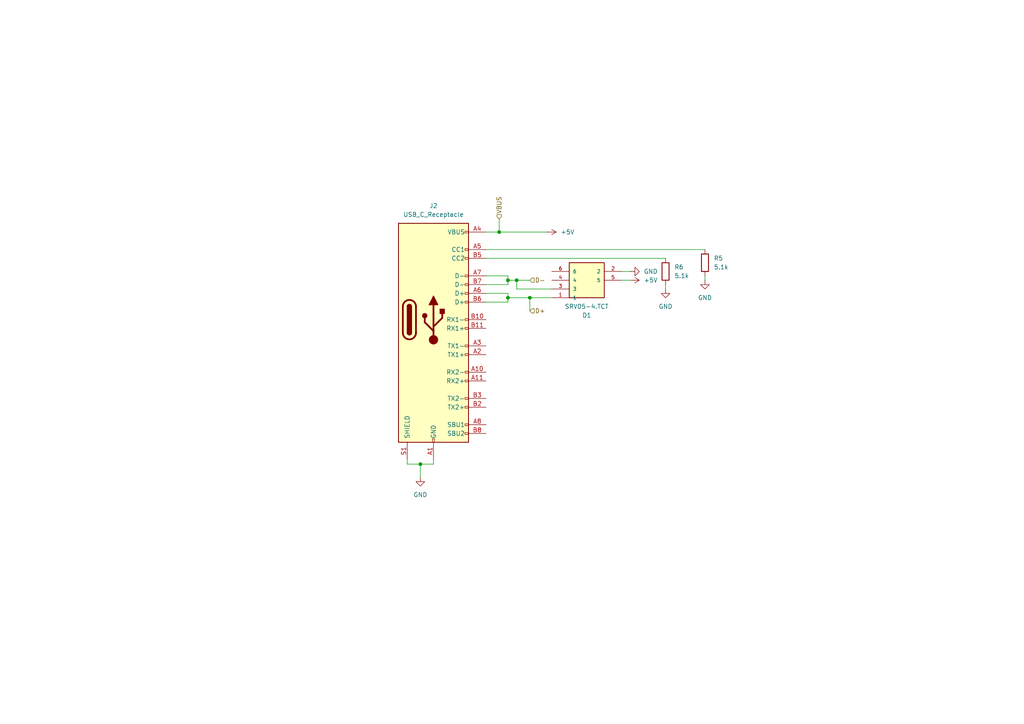
<source format=kicad_sch>
(kicad_sch (version 20250114) (generator "eeschema") (generator_version "9.0")
  (paper "A4")
  (lib_symbols
    (symbol "Connector:USB_C_Receptacle" (pin_names (offset 1.016))
      (property "Reference" "J" (at -10.16 29.21 0))
      (property "Value" "USB_C_Receptacle" (at 10.16 29.21 0))
      (symbol "USB_C_Receptacle_0_0"
        (rectangle (start -0.254 -35.56) (end 0.254 -34.544))
        (rectangle (start 10.16 25.654) (end 9.144 25.146))
        (rectangle (start 10.16 20.574) (end 9.144 20.066))
        (rectangle (start 10.16 18.034) (end 9.144 17.526))
        (rectangle (start 10.16 12.954) (end 9.144 12.446))
        (rectangle (start 10.16 10.414) (end 9.144 9.906))
        (rectangle (start 10.16 7.874) (end 9.144 7.366))
        (rectangle (start 10.16 5.334) (end 9.144 4.826))
        (rectangle (start 10.16 0.254) (end 9.144 -0.254))
        (rectangle (start 10.16 -2.286) (end 9.144 -2.794))
        (rectangle (start 10.16 -7.366) (end 9.144 -7.874))
        (rectangle (start 10.16 -9.906) (end 9.144 -10.414))
        (rectangle (start 10.16 -14.986) (end 9.144 -15.494))
        (rectangle (start 10.16 -17.526) (end 9.144 -18.034))
        (rectangle (start 10.16 -22.606) (end 9.144 -23.114))
        (rectangle (start 10.16 -25.146) (end 9.144 -25.654))
        (rectangle (start 10.16 -30.226) (end 9.144 -30.734))
        (rectangle (start 10.16 -32.766) (end 9.144 -33.274))
      )
      (symbol "USB_C_Receptacle_0_1"
        (rectangle (start -10.16 27.94) (end 10.16 -35.56) (stroke (width 0.254)) (fill (type background)))
        (polyline (pts (xy -8.89 -3.81) (xy -8.89 3.81)) (stroke (width 0.508)))
        (rectangle (start -7.62 -3.81) (end -6.35 3.81) (stroke (width 0.254)) (fill (type outline)))
        (arc (start -7.62 3.81) (mid -6.985 4.4423) (end -6.35 3.81) (stroke (width 0.254)))
        (arc (start -7.62 3.81) (mid -6.985 4.4423) (end -6.35 3.81) (stroke (width 0.254)) (fill (type outline)))
        (arc (start -8.89 3.81) (mid -6.985 5.7067) (end -5.08 3.81) (stroke (width 0.508)))
        (arc (start -5.08 -3.81) (mid -6.985 -5.7067) (end -8.89 -3.81) (stroke (width 0.508)))
        (arc (start -6.35 -3.81) (mid -6.985 -4.4423) (end -7.62 -3.81) (stroke (width 0.254)))
        (arc (start -6.35 -3.81) (mid -6.985 -4.4423) (end -7.62 -3.81) (stroke (width 0.254)) (fill (type outline)))
        (polyline (pts (xy -5.08 3.81) (xy -5.08 -3.81)) (stroke (width 0.508)))
      )
      (symbol "USB_C_Receptacle_1_1"
        (circle (center -2.54 1.143) (radius 0.635) (stroke (width 0.254)) (fill (type outline)))
        (polyline (pts (xy -1.27 4.318) (xy 0 6.858) (xy 1.27 4.318) (xy -1.27 4.318)) (stroke (width 0.254)) (fill (type outline)))
        (polyline (pts (xy 0 -2.032) (xy 2.54 0.508) (xy 2.54 1.778)) (stroke (width 0.508)))
        (polyline (pts (xy 0 -3.302) (xy -2.54 -0.762) (xy -2.54 0.508)) (stroke (width 0.508)))
        (polyline (pts (xy 0 -5.842) (xy 0 4.318)) (stroke (width 0.508)))
        (circle (center 0 -5.842) (radius 1.27) (fill (type outline)))
        (rectangle (start 1.905 1.778) (end 3.175 3.048) (stroke (width 0.254)) (fill (type outline)))
        (pin passive line (at -7.62 -40.64 90) (length 5.08) (name "SHIELD") (number "S1"))
        (pin passive line (at 0 -40.64 90) (length 5.08) (name "GND") (number "A1"))
        (pin passive line (at 0 -40.64 90) (length 5.08) (hide yes) (name "GND") (number "A12"))
        (pin passive line (at 0 -40.64 90) (length 5.08) (hide yes) (name "GND") (number "B1"))
        (pin passive line (at 0 -40.64 90) (length 5.08) (hide yes) (name "GND") (number "B12"))
        (pin passive line (at 15.24 25.4 180) (length 5.08) (name "VBUS") (number "A4"))
        (pin passive line (at 15.24 25.4 180) (length 5.08) (hide yes) (name "VBUS") (number "A9"))
        (pin passive line (at 15.24 25.4 180) (length 5.08) (hide yes) (name "VBUS") (number "B4"))
        (pin passive line (at 15.24 25.4 180) (length 5.08) (hide yes) (name "VBUS") (number "B9"))
        (pin bidirectional line (at 15.24 20.32 180) (length 5.08) (name "CC1") (number "A5"))
        (pin bidirectional line (at 15.24 17.78 180) (length 5.08) (name "CC2") (number "B5"))
        (pin bidirectional line (at 15.24 12.7 180) (length 5.08) (name "D-") (number "A7"))
        (pin bidirectional line (at 15.24 10.16 180) (length 5.08) (name "D-") (number "B7"))
        (pin bidirectional line (at 15.24 7.62 180) (length 5.08) (name "D+") (number "A6"))
        (pin bidirectional line (at 15.24 5.08 180) (length 5.08) (name "D+") (number "B6"))
        (pin bidirectional line (at 15.24 0 180) (length 5.08) (name "RX1-") (number "B10"))
        (pin bidirectional line (at 15.24 -2.54 180) (length 5.08) (name "RX1+") (number "B11"))
        (pin bidirectional line (at 15.24 -7.62 180) (length 5.08) (name "TX1-") (number "A3"))
        (pin bidirectional line (at 15.24 -10.16 180) (length 5.08) (name "TX1+") (number "A2"))
        (pin bidirectional line (at 15.24 -15.24 180) (length 5.08) (name "RX2-") (number "A10"))
        (pin bidirectional line (at 15.24 -17.78 180) (length 5.08) (name "RX2+") (number "A11"))
        (pin bidirectional line (at 15.24 -22.86 180) (length 5.08) (name "TX2-") (number "B3"))
        (pin bidirectional line (at 15.24 -25.4 180) (length 5.08) (name "TX2+") (number "B2"))
        (pin bidirectional line (at 15.24 -30.48 180) (length 5.08) (name "SBU1") (number "A8"))
        (pin bidirectional line (at 15.24 -33.02 180) (length 5.08) (name "SBU2") (number "B8"))
      )
    )
    (symbol "Device:R" (pin_numbers (hide yes)) (pin_names (offset 0))
      (property "Reference" "R" (at 2.032 0 90))
      (property "Value" "R" (at 0 0 90))
      (symbol "R_0_1"
        (rectangle (start -1.016 -2.54) (end 1.016 2.54) (stroke (width 0.254)))
      )
      (symbol "R_1_1"
        (pin passive line (at 0 3.81 270) (length 1.27) (name "~") (number "1"))
        (pin passive line (at 0 -3.81 90) (length 1.27) (name "~") (number "2"))
      )
    )
    (symbol "SRV05-4.TCT:SRV05-4.TCT" (pin_names (offset 1.016))
      (property "Reference" "D" (at -3.81 0 0))
      (property "Value" "SRV05-4.TCT" (at -3.81 2.54 0))
      (symbol "SRV05-4.TCT_0_0"
        (rectangle (start 5.08 -7.62) (end 15.24 2.54) (stroke (width 0.254)) (fill (type background)))
        (pin bidirectional line (at 0 -2.54 0) (length 5.08) (name "5") (number "5"))
        (pin bidirectional line (at 0 -5.08 0) (length 5.08) (name "2") (number "2"))
        (pin bidirectional line (at 20.32 2.54 180) (length 5.08) (name "1") (number "1"))
        (pin bidirectional line (at 20.32 0 180) (length 5.08) (name "3") (number "3"))
        (pin bidirectional line (at 20.32 -2.54 180) (length 5.08) (name "4") (number "4"))
        (pin bidirectional line (at 20.32 -5.08 180) (length 5.08) (name "6") (number "6"))
      )
    )
    (symbol "power:+5V" (power) (pin_numbers (hide yes)) (pin_names (offset 0) (hide yes))
      (property "Value" "+5V" (at 0 3.556 0))
      (symbol "+5V_0_1"
        (polyline (pts (xy -0.762 1.27) (xy 0 2.54)))
        (polyline (pts (xy 0 2.54) (xy 0.762 1.27)))
        (polyline (pts (xy 0 0) (xy 0 2.54)))
      )
      (symbol "+5V_1_1"
        (pin power_in line (at 0 0 90) (length 0) (name "~") (number "1"))
      )
    )
    (symbol "power:GND" (power) (pin_numbers (hide yes)) (pin_names (offset 0) (hide yes))
      (property "Value" "GND" (at 0 -3.81 0))
      (symbol "GND_0_1"
        (polyline (pts (xy 0 0) (xy 0 -1.27) (xy 1.27 -1.27) (xy 0 -2.54) (xy -1.27 -1.27) (xy 0 -1.27)))
      )
      (symbol "GND_1_1"
        (pin power_in line (at 0 0 270) (length 0) (name "~") (number "1"))
      )
    )
  )
  (junction (at 144.78 67.31))
  (junction (at 153.67 86.36))
  (junction (at 121.92 134.62))
  (junction (at 149.86 81.28))
  (junction (at 147.32 81.28))
  (junction (at 147.32 86.36))
  (wire (pts (xy 121.92 134.62) (xy 125.73 134.62)))
  (wire (pts (xy 147.32 87.63) (xy 140.97 87.63)))
  (wire (pts (xy 147.32 81.28) (xy 149.86 81.28)))
  (wire (pts (xy 182.88 81.28) (xy 180.34 81.28)))
  (wire (pts (xy 153.67 86.36) (xy 160.02 86.36)))
  (wire (pts (xy 193.04 82.55) (xy 193.04 83.82)))
  (wire (pts (xy 147.32 80.01) (xy 147.32 81.28)))
  (wire (pts (xy 140.97 67.31) (xy 144.78 67.31)))
  (wire (pts (xy 140.97 85.09) (xy 147.32 85.09)))
  (wire (pts (xy 147.32 86.36) (xy 147.32 87.63)))
  (wire (pts (xy 140.97 74.93) (xy 193.04 74.93)))
  (wire (pts (xy 121.92 134.62) (xy 121.92 138.43)))
  (wire (pts (xy 149.86 81.28) (xy 153.67 81.28)))
  (wire (pts (xy 140.97 80.01) (xy 147.32 80.01)))
  (wire (pts (xy 144.78 67.31) (xy 158.75 67.31)))
  (wire (pts (xy 147.32 86.36) (xy 153.67 86.36)))
  (wire (pts (xy 140.97 72.39) (xy 204.47 72.39)))
  (wire (pts (xy 149.86 83.82) (xy 160.02 83.82)))
  (wire (pts (xy 153.67 90.17) (xy 153.67 86.36)))
  (wire (pts (xy 118.11 134.62) (xy 121.92 134.62)))
  (wire (pts (xy 147.32 85.09) (xy 147.32 86.36)))
  (wire (pts (xy 182.88 78.74) (xy 180.34 78.74)))
  (wire (pts (xy 204.47 80.01) (xy 204.47 81.28)))
  (wire (pts (xy 118.11 134.62) (xy 118.11 133.35)))
  (wire (pts (xy 147.32 82.55) (xy 140.97 82.55)))
  (wire (pts (xy 149.86 81.28) (xy 149.86 83.82)))
  (wire (pts (xy 144.78 63.5) (xy 144.78 67.31)))
  (wire (pts (xy 125.73 134.62) (xy 125.73 133.35)))
  (wire (pts (xy 147.32 81.28) (xy 147.32 82.55)))
  (hierarchical_label "VBUS" (shape input) (at 144.78 63.5 90))
  (hierarchical_label "D-" (shape input) (at 153.67 81.28 0))
  (hierarchical_label "D+" (shape input) (at 153.67 90.17 0))
  (symbol (lib_id "Connector:USB_C_Receptacle") (at 125.73 92.71 0) (unit 1)
    (property "Reference" "J2" (at 125.73 59.69 0))
    (property "Value" "USB_C_Receptacle" (at 125.73 62.23 0))
    (property "Footprint" "Connector_USB:USB_C_Receptacle_HRO_TYPE-C-31-M-12" (effects (hide yes)))
    (property "Datasheet" "https://www.usb.org/sites/default/files/documents/usb_type-c.zip" (effects (hide yes)))
    (property "Description" "USB Full-Featured Type-C Receptacle connector" (effects (hide yes)))
  )
  (symbol (lib_id "power:+5V") (at 182.88 81.28 270) (unit 1)
    (property "Reference" "#PWR052" (effects (hide yes)))
    (property "Value" "+5V" (at 186.69 81.2801 90) (effects (justify left)))
    (property "Description" "Power symbol creates a global label with name \"+5V\"" (effects (hide yes)))
  )
  (symbol (lib_id "power:+5V") (at 158.75 67.31 270) (unit 1)
    (property "Reference" "#PWR050" (effects (hide yes)))
    (property "Value" "+5V" (at 162.56 67.3099 90) (effects (justify left)))
    (property "Description" "Power symbol creates a global label with name \"+5V\"" (effects (hide yes)))
  )
  (symbol (lib_id "SRV05-4.TCT:SRV05-4.TCT") (at 180.34 83.82 180) (unit 1)
    (property "Reference" "D1" (at 170.18 91.44 0))
    (property "Value" "SRV05-4.TCT" (at 170.18 88.9 0))
    (property "Footprint" "myFootprints:SOT95P280X145-6N" (effects (hide yes)))
    (property "MANUFACTURER_NAME" "SEMTECH" (effects (hide yes)))
    (property "MF" "UMW" (effects (hide yes)))
    (property "MOUSER_PRICE-STOCK" "https://www.mouser.com/Search/Refine.aspx?Keyword=947-SRV05-4.TCT" (effects (hide yes)))
    (property "DESCRIPTION" "Semtech SRV05-4.TCT, Uni-Directional TVS Diode Array, 300W, 6-Pin SOT-23" (effects (hide yes)))
    (property "MOUSER_PART_NUMBER" "947-SRV05-4.TCT" (effects (hide yes)))
    (property "Price" "None" (effects (hide yes)))
    (property "Package" "None" (effects (hide yes)))
    (property "Check_prices" "https://www.snapeda.com/parts/SRV05-4.TCT/UMW/view-part/?ref=eda" (effects (hide yes)))
    (property "HEIGHT" "1.45mm" (effects (hide yes)))
    (property "SnapEDA_Link" "https://www.snapeda.com/parts/SRV05-4.TCT/UMW/view-part/?ref=snap" (effects (hide yes)))
    (property "MP" "SRV05-4.TCT" (effects (hide yes)))
    (property "Description_1" "ESD Suppressors / TVS Diodes SOT-23 5V 4DIODE Low Capacitance" (effects (hide yes)))
    (property "Availability" "In Stock" (effects (hide yes)))
    (property "MANUFACTURER_PART_NUMBER" "SRV05-4.TCT" (effects (hide yes)))
  )
  (symbol (lib_id "power:GND") (at 193.04 83.82 0) (unit 1)
    (property "Reference" "#PWR048" (effects (hide yes)))
    (property "Value" "GND" (at 193.04 88.9 0))
    (property "Description" "Power symbol creates a global label with name \"GND\" , ground" (effects (hide yes)))
  )
  (symbol (lib_id "power:GND") (at 182.88 78.74 90) (unit 1)
    (property "Reference" "#PWR051" (effects (hide yes)))
    (property "Value" "GND" (at 186.69 78.7401 90) (effects (justify right)))
    (property "Description" "Power symbol creates a global label with name \"GND\" , ground" (effects (hide yes)))
  )
  (symbol (lib_id "power:GND") (at 121.92 138.43 0) (unit 1)
    (property "Reference" "#PWR047" (effects (hide yes)))
    (property "Value" "GND" (at 121.92 143.51 0))
    (property "Description" "Power symbol creates a global label with name \"GND\" , ground" (effects (hide yes)))
  )
  (symbol (lib_id "Device:R") (at 193.04 78.74 0) (unit 1)
    (property "Reference" "R6" (at 195.58 77.4699 0) (effects (justify left)))
    (property "Value" "5.1k" (at 195.58 80.0099 0) (effects (justify left)))
    (property "Footprint" "Resistor_SMD:R_0805_2012Metric_Pad1.20x1.40mm_HandSolder" (effects (hide yes)))
    (property "Description" "Resistor" (effects (hide yes)))
  )
  (symbol (lib_id "power:GND") (at 204.47 81.28 0) (unit 1)
    (property "Reference" "#PWR049" (effects (hide yes)))
    (property "Value" "GND" (at 204.47 86.36 0))
    (property "Description" "Power symbol creates a global label with name \"GND\" , ground" (effects (hide yes)))
  )
  (symbol (lib_id "Device:R") (at 204.47 76.2 0) (unit 1)
    (property "Reference" "R5" (at 207.01 74.9299 0) (effects (justify left)))
    (property "Value" "5.1k" (at 207.01 77.4699 0) (effects (justify left)))
    (property "Footprint" "Resistor_SMD:R_0805_2012Metric_Pad1.20x1.40mm_HandSolder" (effects (hide yes)))
    (property "Description" "Resistor" (effects (hide yes)))
  )
)
</source>
